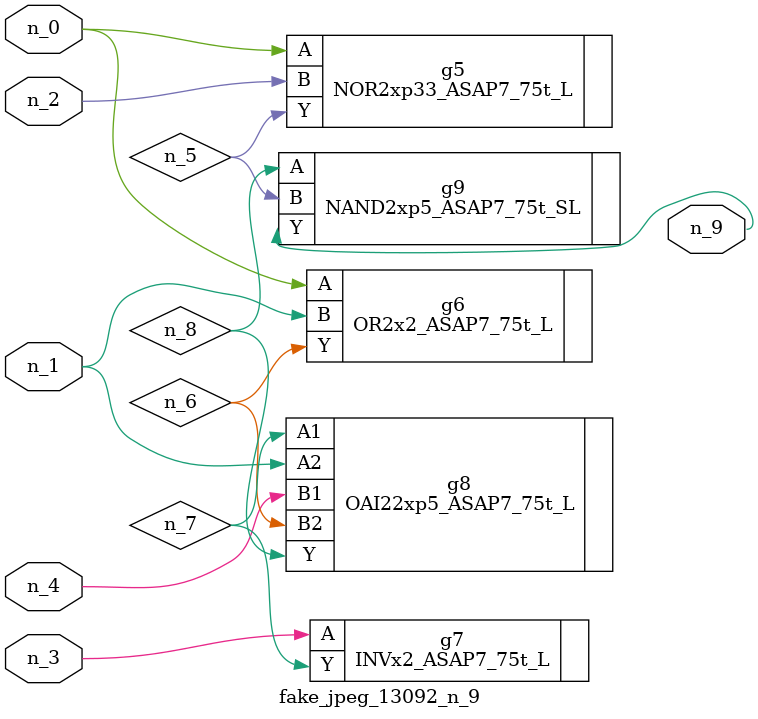
<source format=v>
module fake_jpeg_13092_n_9 (n_3, n_2, n_1, n_0, n_4, n_9);

input n_3;
input n_2;
input n_1;
input n_0;
input n_4;

output n_9;

wire n_8;
wire n_6;
wire n_5;
wire n_7;

NOR2xp33_ASAP7_75t_L g5 ( 
.A(n_0),
.B(n_2),
.Y(n_5)
);

OR2x2_ASAP7_75t_L g6 ( 
.A(n_0),
.B(n_1),
.Y(n_6)
);

INVx2_ASAP7_75t_L g7 ( 
.A(n_3),
.Y(n_7)
);

OAI22xp5_ASAP7_75t_L g8 ( 
.A1(n_7),
.A2(n_1),
.B1(n_4),
.B2(n_6),
.Y(n_8)
);

NAND2xp5_ASAP7_75t_SL g9 ( 
.A(n_8),
.B(n_5),
.Y(n_9)
);


endmodule
</source>
